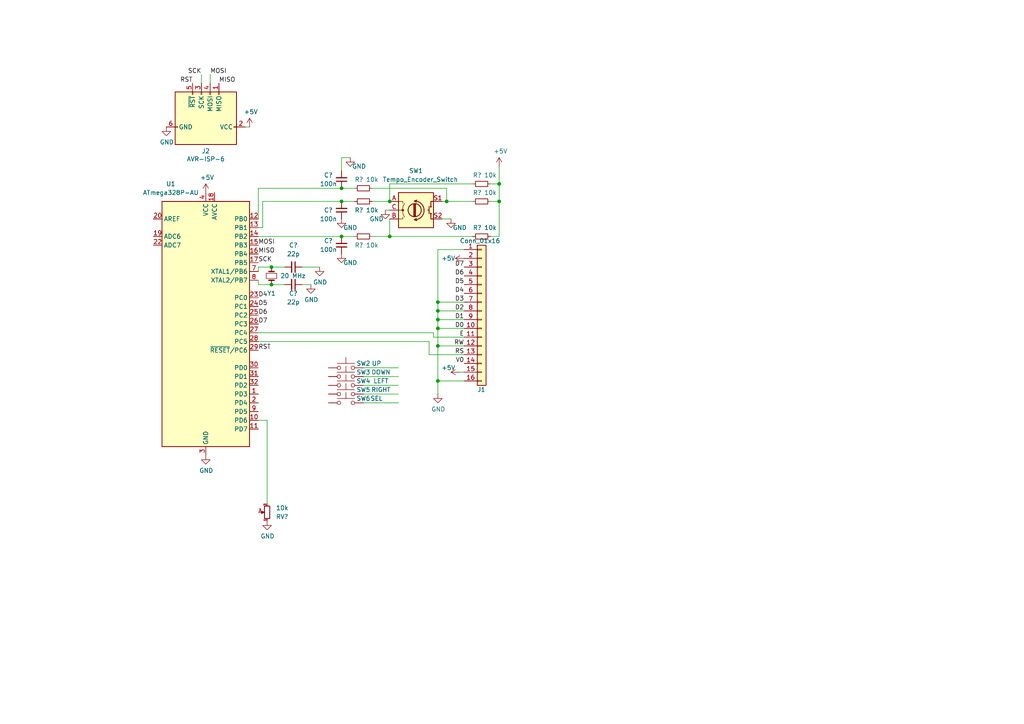
<source format=kicad_sch>
(kicad_sch (version 20211123) (generator eeschema)
  (paper "A4")
  (lib_symbols
    (symbol "avr_metronome_1-rescue:+5V-power" (power) (pin_names (offset 0))
      (property "Value" "+5V-power" (at 0 3.556 0))
      (symbol "+5V-power_0_1"
        (polyline (pts (xy -0.762 1.27) (xy 0 2.54)))
        (polyline (pts (xy 0 0) (xy 0 2.54)))
        (polyline (pts (xy 0 2.54) (xy 0.762 1.27)))
      )
      (symbol "+5V-power_1_1"
        (pin power_in line (at 0 0 90) (length 0) hide (name "+5V") (number "1"))
      )
    )
    (symbol "avr_metronome_1-rescue:ATmega328P-AU-MCU_Microchip_ATmega"
      (property "Reference" "U" (at -12.7 36.83 0))
      (property "Value" "ATmega328P-AU-MCU_Microchip_ATmega" (at 2.54 -36.83 0))
      (symbol "ATmega328P-AU-MCU_Microchip_ATmega_0_1"
        (rectangle (start -12.7 -35.56) (end 12.7 35.56) (stroke (width 0.254)) (fill (type background)))
      )
      (symbol "ATmega328P-AU-MCU_Microchip_ATmega_1_1"
        (pin bidirectional line (at 15.24 -20.32 180) (length 2.54) (name "PD3") (number "1"))
        (pin bidirectional line (at 15.24 -27.94 180) (length 2.54) (name "PD6") (number "10"))
        (pin bidirectional line (at 15.24 -30.48 180) (length 2.54) (name "PD7") (number "11"))
        (pin bidirectional line (at 15.24 30.48 180) (length 2.54) (name "PB0") (number "12"))
        (pin bidirectional line (at 15.24 27.94 180) (length 2.54) (name "PB1") (number "13"))
        (pin bidirectional line (at 15.24 25.4 180) (length 2.54) (name "PB2") (number "14"))
        (pin bidirectional line (at 15.24 22.86 180) (length 2.54) (name "PB3") (number "15"))
        (pin bidirectional line (at 15.24 20.32 180) (length 2.54) (name "PB4") (number "16"))
        (pin bidirectional line (at 15.24 17.78 180) (length 2.54) (name "PB5") (number "17"))
        (pin power_in line (at 2.54 38.1 270) (length 2.54) (name "AVCC") (number "18"))
        (pin input line (at -15.24 25.4 0) (length 2.54) (name "ADC6") (number "19"))
        (pin bidirectional line (at 15.24 -22.86 180) (length 2.54) (name "PD4") (number "2"))
        (pin passive line (at -15.24 30.48 0) (length 2.54) (name "AREF") (number "20"))
        (pin passive line (at 0 -38.1 90) (length 2.54) hide (name "GND") (number "21"))
        (pin input line (at -15.24 22.86 0) (length 2.54) (name "ADC7") (number "22"))
        (pin bidirectional line (at 15.24 7.62 180) (length 2.54) (name "PC0") (number "23"))
        (pin bidirectional line (at 15.24 5.08 180) (length 2.54) (name "PC1") (number "24"))
        (pin bidirectional line (at 15.24 2.54 180) (length 2.54) (name "PC2") (number "25"))
        (pin bidirectional line (at 15.24 0 180) (length 2.54) (name "PC3") (number "26"))
        (pin bidirectional line (at 15.24 -2.54 180) (length 2.54) (name "PC4") (number "27"))
        (pin bidirectional line (at 15.24 -5.08 180) (length 2.54) (name "PC5") (number "28"))
        (pin bidirectional line (at 15.24 -7.62 180) (length 2.54) (name "~{RESET}/PC6") (number "29"))
        (pin power_in line (at 0 -38.1 90) (length 2.54) (name "GND") (number "3"))
        (pin bidirectional line (at 15.24 -12.7 180) (length 2.54) (name "PD0") (number "30"))
        (pin bidirectional line (at 15.24 -15.24 180) (length 2.54) (name "PD1") (number "31"))
        (pin bidirectional line (at 15.24 -17.78 180) (length 2.54) (name "PD2") (number "32"))
        (pin power_in line (at 0 38.1 270) (length 2.54) (name "VCC") (number "4"))
        (pin passive line (at 0 -38.1 90) (length 2.54) hide (name "GND") (number "5"))
        (pin passive line (at 0 38.1 270) (length 2.54) hide (name "VCC") (number "6"))
        (pin bidirectional line (at 15.24 15.24 180) (length 2.54) (name "XTAL1/PB6") (number "7"))
        (pin bidirectional line (at 15.24 12.7 180) (length 2.54) (name "XTAL2/PB7") (number "8"))
        (pin bidirectional line (at 15.24 -25.4 180) (length 2.54) (name "PD5") (number "9"))
      )
    )
    (symbol "avr_metronome_1-rescue:AVR-ISP-6-Connector" (pin_names (offset 1.016))
      (property "Reference" "J" (at -6.35 11.43 0))
      (property "Value" "AVR-ISP-6-Connector" (at 0 11.43 0))
      (symbol "AVR-ISP-6-Connector_0_1"
        (rectangle (start -2.667 -6.858) (end -2.413 -7.62))
        (rectangle (start -2.667 10.16) (end -2.413 9.398))
        (rectangle (start 7.62 -2.413) (end 6.858 -2.667))
        (rectangle (start 7.62 0.127) (end 6.858 -0.127))
        (rectangle (start 7.62 2.667) (end 6.858 2.413))
        (rectangle (start 7.62 5.207) (end 6.858 4.953))
        (rectangle (start 7.62 10.16) (end -7.62 -7.62) (stroke (width 0.254)) (fill (type background)))
      )
      (symbol "AVR-ISP-6-Connector_1_1"
        (pin passive line (at 10.16 5.08 180) (length 2.54) (name "MISO") (number "1"))
        (pin passive line (at -2.54 12.7 270) (length 2.54) (name "VCC") (number "2"))
        (pin passive line (at 10.16 0 180) (length 2.54) (name "SCK") (number "3"))
        (pin passive line (at 10.16 2.54 180) (length 2.54) (name "MOSI") (number "4"))
        (pin passive line (at 10.16 -2.54 180) (length 2.54) (name "~{RST}") (number "5"))
        (pin passive line (at -2.54 -10.16 90) (length 2.54) (name "GND") (number "6"))
      )
    )
    (symbol "avr_metronome_1-rescue:C_Small-Device" (pin_numbers hide) (pin_names (offset 0.254) hide)
      (property "Reference" "C" (at 0.254 1.778 0))
      (property "Value" "C_Small-Device" (at 0.254 -2.032 0))
      (symbol "C_Small-Device_0_1"
        (polyline (pts (xy -1.524 -0.508) (xy 1.524 -0.508)) (stroke (width 0.3302)))
        (polyline (pts (xy -1.524 0.508) (xy 1.524 0.508)) (stroke (width 0.3048)))
      )
      (symbol "C_Small-Device_1_1"
        (pin passive line (at 0 2.54 270) (length 2.032) (name "~") (number "1"))
        (pin passive line (at 0 -2.54 90) (length 2.032) (name "~") (number "2"))
      )
    )
    (symbol "avr_metronome_1-rescue:Conn_01x16-Connector_Generic" (pin_names (offset 1.016) hide)
      (property "Reference" "J" (at 0 20.32 0))
      (property "Value" "Conn_01x16-Connector_Generic" (at 0 -22.86 0))
      (symbol "Conn_01x16-Connector_Generic_1_1"
        (rectangle (start -1.27 -20.193) (end 0 -20.447) (stroke (width 0.1524)))
        (rectangle (start -1.27 -17.653) (end 0 -17.907) (stroke (width 0.1524)))
        (rectangle (start -1.27 -15.113) (end 0 -15.367) (stroke (width 0.1524)))
        (rectangle (start -1.27 -12.573) (end 0 -12.827) (stroke (width 0.1524)))
        (rectangle (start -1.27 -10.033) (end 0 -10.287) (stroke (width 0.1524)))
        (rectangle (start -1.27 -7.493) (end 0 -7.747) (stroke (width 0.1524)))
        (rectangle (start -1.27 -4.953) (end 0 -5.207) (stroke (width 0.1524)))
        (rectangle (start -1.27 -2.413) (end 0 -2.667) (stroke (width 0.1524)))
        (rectangle (start -1.27 0.127) (end 0 -0.127) (stroke (width 0.1524)))
        (rectangle (start -1.27 2.667) (end 0 2.413) (stroke (width 0.1524)))
        (rectangle (start -1.27 5.207) (end 0 4.953) (stroke (width 0.1524)))
        (rectangle (start -1.27 7.747) (end 0 7.493) (stroke (width 0.1524)))
        (rectangle (start -1.27 10.287) (end 0 10.033) (stroke (width 0.1524)))
        (rectangle (start -1.27 12.827) (end 0 12.573) (stroke (width 0.1524)))
        (rectangle (start -1.27 15.367) (end 0 15.113) (stroke (width 0.1524)))
        (rectangle (start -1.27 17.907) (end 0 17.653) (stroke (width 0.1524)))
        (rectangle (start -1.27 19.05) (end 1.27 -21.59) (stroke (width 0.254)) (fill (type background)))
        (pin passive line (at -5.08 17.78 0) (length 3.81) (name "Pin_1") (number "1"))
        (pin passive line (at -5.08 -5.08 0) (length 3.81) (name "Pin_10") (number "10"))
        (pin passive line (at -5.08 -7.62 0) (length 3.81) (name "Pin_11") (number "11"))
        (pin passive line (at -5.08 -10.16 0) (length 3.81) (name "Pin_12") (number "12"))
        (pin passive line (at -5.08 -12.7 0) (length 3.81) (name "Pin_13") (number "13"))
        (pin passive line (at -5.08 -15.24 0) (length 3.81) (name "Pin_14") (number "14"))
        (pin passive line (at -5.08 -17.78 0) (length 3.81) (name "Pin_15") (number "15"))
        (pin passive line (at -5.08 -20.32 0) (length 3.81) (name "Pin_16") (number "16"))
        (pin passive line (at -5.08 15.24 0) (length 3.81) (name "Pin_2") (number "2"))
        (pin passive line (at -5.08 12.7 0) (length 3.81) (name "Pin_3") (number "3"))
        (pin passive line (at -5.08 10.16 0) (length 3.81) (name "Pin_4") (number "4"))
        (pin passive line (at -5.08 7.62 0) (length 3.81) (name "Pin_5") (number "5"))
        (pin passive line (at -5.08 5.08 0) (length 3.81) (name "Pin_6") (number "6"))
        (pin passive line (at -5.08 2.54 0) (length 3.81) (name "Pin_7") (number "7"))
        (pin passive line (at -5.08 0 0) (length 3.81) (name "Pin_8") (number "8"))
        (pin passive line (at -5.08 -2.54 0) (length 3.81) (name "Pin_9") (number "9"))
      )
    )
    (symbol "avr_metronome_1-rescue:Crystal_Small-Device" (pin_numbers hide) (pin_names (offset 1.016) hide)
      (property "Reference" "Y" (at 0 2.54 0))
      (property "Value" "Crystal_Small-Device" (at 0 -2.54 0))
      (symbol "Crystal_Small-Device_0_1"
        (rectangle (start -0.762 -1.524) (end 0.762 1.524))
        (polyline (pts (xy -1.27 -0.762) (xy -1.27 0.762)) (stroke (width 0.381)))
        (polyline (pts (xy 1.27 -0.762) (xy 1.27 0.762)) (stroke (width 0.381)))
      )
      (symbol "Crystal_Small-Device_1_1"
        (pin passive line (at -2.54 0 0) (length 1.27) (name "1") (number "1"))
        (pin passive line (at 2.54 0 180) (length 1.27) (name "2") (number "2"))
      )
    )
    (symbol "avr_metronome_1-rescue:GND-power" (power) (pin_names (offset 0))
      (property "Value" "GND-power" (at 0 -3.81 0))
      (symbol "GND-power_0_1"
        (polyline (pts (xy 0 0) (xy 0 -1.27) (xy 1.27 -1.27) (xy 0 -2.54) (xy -1.27 -1.27) (xy 0 -1.27)))
      )
      (symbol "GND-power_1_1"
        (pin power_in line (at 0 0 270) (length 0) hide (name "GND") (number "1"))
      )
    )
    (symbol "avr_metronome_1-rescue:R_POT_Small-Device" (pin_names (offset 1.016) hide)
      (property "Reference" "RV" (at -4.445 0 90))
      (property "Value" "R_POT_Small-Device" (at -2.54 0 90))
      (symbol "R_POT_Small-Device_0_1"
        (polyline (pts (xy 0.889 0) (xy 0.635 0) (xy 1.651 0.381) (xy 1.651 -0.381) (xy 0.635 0) (xy 0.889 0)) (fill (type outline)))
        (rectangle (start 0.762 1.8034) (end -0.762 -1.8034) (stroke (width 0.254)))
      )
      (symbol "R_POT_Small-Device_1_1"
        (pin passive line (at 0 2.54 270) (length 0.635) (name "1") (number "1"))
        (pin passive line (at 2.54 0 180) (length 0.9906) (name "2") (number "2"))
        (pin passive line (at 0 -2.54 90) (length 0.635) (name "3") (number "3"))
      )
    )
    (symbol "avr_metronome_1-rescue:R_Small-Device" (pin_numbers hide) (pin_names (offset 0.254) hide)
      (property "Reference" "R" (at 0.762 0.508 0))
      (property "Value" "R_Small-Device" (at 0.762 -1.016 0))
      (symbol "R_Small-Device_0_1"
        (rectangle (start -0.762 1.778) (end 0.762 -1.778) (stroke (width 0.2032)))
      )
      (symbol "R_Small-Device_1_1"
        (pin passive line (at 0 2.54 270) (length 0.762) (name "~") (number "1"))
        (pin passive line (at 0 -2.54 90) (length 0.762) (name "~") (number "2"))
      )
    )
    (symbol "avr_metronome_1-rescue:Rotary_Encoder_Switch-Device" (pin_names (offset 0.254) hide)
      (property "Reference" "SW" (at 0 6.604 0))
      (property "Value" "Rotary_Encoder_Switch-Device" (at 0 -6.604 0))
      (symbol "Rotary_Encoder_Switch-Device_0_1"
        (rectangle (start -5.08 5.08) (end 5.08 -5.08) (stroke (width 0.254)) (fill (type background)))
        (circle (center -3.81 0) (radius 0.254) (fill (type outline)))
        (arc (start -0.381 -2.794) (mid 2.3622 -0.0508) (end -0.381 2.667) (stroke (width 0.254)))
        (circle (center -0.381 0) (radius 1.905) (stroke (width 0.254)))
        (polyline (pts (xy -0.635 -1.778) (xy -0.635 1.778)) (stroke (width 0.254)))
        (polyline (pts (xy -0.381 -1.778) (xy -0.381 1.778)) (stroke (width 0.254)))
        (polyline (pts (xy -0.127 1.778) (xy -0.127 -1.778)) (stroke (width 0.254)))
        (polyline (pts (xy 3.81 0) (xy 3.429 0)) (stroke (width 0.254)))
        (polyline (pts (xy 3.81 1.016) (xy 3.81 -1.016)) (stroke (width 0.254)))
        (polyline (pts (xy -5.08 -2.54) (xy -3.81 -2.54) (xy -3.81 -2.032)))
        (polyline (pts (xy -5.08 2.54) (xy -3.81 2.54) (xy -3.81 2.032)))
        (polyline (pts (xy 0.254 -3.048) (xy -0.508 -2.794) (xy 0.127 -2.413)) (stroke (width 0.254)))
        (polyline (pts (xy 0.254 2.921) (xy -0.508 2.667) (xy 0.127 2.286)) (stroke (width 0.254)))
        (polyline (pts (xy 5.08 -2.54) (xy 4.318 -2.54) (xy 4.318 -1.016)) (stroke (width 0.254)))
        (polyline (pts (xy 5.08 2.54) (xy 4.318 2.54) (xy 4.318 1.016)) (stroke (width 0.254)))
        (polyline (pts (xy -5.08 0) (xy -3.81 0) (xy -3.81 -1.016) (xy -3.302 -2.032)))
        (polyline (pts (xy -4.318 0) (xy -3.81 0) (xy -3.81 1.016) (xy -3.302 2.032)))
        (circle (center 4.318 -1.016) (radius 0.127) (stroke (width 0.254)))
        (circle (center 4.318 1.016) (radius 0.127) (stroke (width 0.254)))
      )
      (symbol "Rotary_Encoder_Switch-Device_1_1"
        (pin passive line (at -7.62 2.54 0) (length 2.54) (name "A") (number "A"))
        (pin passive line (at -7.62 -2.54 0) (length 2.54) (name "B") (number "B"))
        (pin passive line (at -7.62 0 0) (length 2.54) (name "C") (number "C"))
        (pin passive line (at 7.62 2.54 180) (length 2.54) (name "S1") (number "S1"))
        (pin passive line (at 7.62 -2.54 180) (length 2.54) (name "S2") (number "S2"))
      )
    )
    (symbol "avr_metronome_1-rescue:SW_MEC_5G-Switch" (pin_numbers hide) (pin_names (offset 1.016) hide)
      (property "Reference" "SW" (at 1.27 2.54 0))
      (property "Value" "SW_MEC_5G-Switch" (at 0 -1.524 0))
      (symbol "SW_MEC_5G-Switch_0_1"
        (circle (center -2.032 0) (radius 0.508))
        (polyline (pts (xy 0 1.27) (xy 0 3.048)))
        (polyline (pts (xy 2.54 1.27) (xy -2.54 1.27)))
        (circle (center 2.032 0) (radius 0.508))
        (pin passive line (at -5.08 0 0) (length 2.54) (name "A") (number "1"))
        (pin passive line (at 5.08 0 180) (length 2.54) (name "B") (number "3"))
      )
      (symbol "SW_MEC_5G-Switch_1_1"
        (pin passive line (at -5.08 0 0) (length 2.54) hide (name "A") (number "2"))
        (pin passive line (at 5.08 0 180) (length 2.54) hide (name "B") (number "4"))
      )
    )
  )
  (junction (at 127 95.25))
  (junction (at 144.78 53.34))
  (junction (at 127 87.63))
  (junction (at 99.06 68.58))
  (junction (at 78.74 82.55))
  (junction (at 127 92.71))
  (junction (at 113.03 58.42))
  (junction (at 99.06 54.61))
  (junction (at 129.54 58.42))
  (junction (at 127 100.33))
  (junction (at 144.78 58.42))
  (junction (at 99.06 58.42))
  (junction (at 78.74 77.47))
  (junction (at 127 90.17))
  (junction (at 113.03 68.58))
  (junction (at 127 110.49))
  (wire (pts (xy 127 110.49) (xy 127 114.3)))
  (wire (pts (xy 76.2 66.04) (xy 74.93 66.04)))
  (wire (pts (xy 71.12 36.83) (xy 72.39 36.83)))
  (wire (pts (xy 105.41 106.68) (xy 115.57 106.68)))
  (wire (pts (xy 134.62 102.87) (xy 124.46 102.87)))
  (wire (pts (xy 127 87.63) (xy 127 90.17)))
  (wire (pts (xy 124.46 99.06) (xy 124.46 102.87)))
  (wire (pts (xy 142.24 53.34) (xy 144.78 53.34)))
  (wire (pts (xy 125.73 96.52) (xy 74.93 96.52)))
  (wire (pts (xy 127 72.39) (xy 127 87.63)))
  (wire (pts (xy 74.93 99.06) (xy 124.46 99.06)))
  (wire (pts (xy 77.47 121.92) (xy 77.47 146.05)))
  (wire (pts (xy 129.54 58.42) (xy 129.54 54.61)))
  (wire (pts (xy 137.16 68.58) (xy 113.03 68.58)))
  (wire (pts (xy 102.87 54.61) (xy 99.06 54.61)))
  (wire (pts (xy 113.03 53.34) (xy 113.03 58.42)))
  (wire (pts (xy 144.78 48.26) (xy 144.78 53.34)))
  (wire (pts (xy 58.42 21.59) (xy 58.42 24.13)))
  (wire (pts (xy 74.93 54.61) (xy 99.06 54.61)))
  (wire (pts (xy 99.06 49.53) (xy 99.06 45.72)))
  (wire (pts (xy 74.93 82.55) (xy 74.93 81.28)))
  (wire (pts (xy 60.96 21.59) (xy 60.96 24.13)))
  (wire (pts (xy 105.41 116.84) (xy 115.57 116.84)))
  (wire (pts (xy 76.2 58.42) (xy 99.06 58.42)))
  (wire (pts (xy 78.74 77.47) (xy 82.55 77.47)))
  (wire (pts (xy 134.62 95.25) (xy 127 95.25)))
  (wire (pts (xy 134.62 72.39) (xy 127 72.39)))
  (wire (pts (xy 78.74 82.55) (xy 74.93 82.55)))
  (wire (pts (xy 127 100.33) (xy 127 110.49)))
  (wire (pts (xy 99.06 68.58) (xy 102.87 68.58)))
  (wire (pts (xy 134.62 90.17) (xy 127 90.17)))
  (wire (pts (xy 107.95 58.42) (xy 113.03 58.42)))
  (wire (pts (xy 74.93 54.61) (xy 74.93 63.5)))
  (wire (pts (xy 99.06 58.42) (xy 102.87 58.42)))
  (wire (pts (xy 137.16 58.42) (xy 129.54 58.42)))
  (wire (pts (xy 78.74 77.47) (xy 74.93 77.47)))
  (wire (pts (xy 99.06 45.72) (xy 101.6 45.72)))
  (wire (pts (xy 107.95 68.58) (xy 113.03 68.58)))
  (wire (pts (xy 144.78 58.42) (xy 144.78 68.58)))
  (wire (pts (xy 113.03 60.96) (xy 111.76 60.96)))
  (wire (pts (xy 74.93 77.47) (xy 74.93 78.74)))
  (wire (pts (xy 87.63 82.55) (xy 90.17 82.55)))
  (wire (pts (xy 134.62 107.95) (xy 133.35 107.95)))
  (wire (pts (xy 113.03 68.58) (xy 113.03 63.5)))
  (wire (pts (xy 107.95 54.61) (xy 129.54 54.61)))
  (wire (pts (xy 134.62 92.71) (xy 127 92.71)))
  (wire (pts (xy 125.73 97.79) (xy 125.73 96.52)))
  (wire (pts (xy 105.41 109.22) (xy 115.57 109.22)))
  (wire (pts (xy 105.41 114.3) (xy 115.57 114.3)))
  (wire (pts (xy 127 90.17) (xy 127 92.71)))
  (wire (pts (xy 78.74 82.55) (xy 82.55 82.55)))
  (wire (pts (xy 127 95.25) (xy 127 100.33)))
  (wire (pts (xy 134.62 97.79) (xy 125.73 97.79)))
  (wire (pts (xy 144.78 68.58) (xy 142.24 68.58)))
  (wire (pts (xy 129.54 58.42) (xy 128.27 58.42)))
  (wire (pts (xy 142.24 58.42) (xy 144.78 58.42)))
  (wire (pts (xy 134.62 100.33) (xy 127 100.33)))
  (wire (pts (xy 127 92.71) (xy 127 95.25)))
  (wire (pts (xy 87.63 77.47) (xy 92.71 77.47)))
  (wire (pts (xy 134.62 87.63) (xy 127 87.63)))
  (wire (pts (xy 144.78 53.34) (xy 144.78 58.42)))
  (wire (pts (xy 127 110.49) (xy 134.62 110.49)))
  (wire (pts (xy 130.81 63.5) (xy 128.27 63.5)))
  (wire (pts (xy 137.16 53.34) (xy 113.03 53.34)))
  (wire (pts (xy 105.41 111.76) (xy 115.57 111.76)))
  (wire (pts (xy 76.2 58.42) (xy 76.2 66.04)))
  (wire (pts (xy 74.93 68.58) (xy 99.06 68.58)))
  (wire (pts (xy 74.93 121.92) (xy 77.47 121.92)))
  (label "RS" (at 134.62 102.87 180))
  (label "D1" (at 134.62 92.71 180))
  (label "D4" (at 74.93 86.36 0))
  (label "SCK" (at 74.93 76.2 0))
  (label "MOSI" (at 74.93 71.12 0))
  (label "D3" (at 134.62 87.63 180))
  (label "RW" (at 134.62 100.33 180))
  (label "D6" (at 74.93 91.44 0))
  (label "MISO" (at 63.5 24.13 0))
  (label "D7" (at 74.93 93.98 0))
  (label "D0" (at 134.62 95.25 180))
  (label "D4" (at 134.62 85.09 180))
  (label "D5" (at 134.62 82.55 180))
  (label "V0" (at 134.62 105.41 180))
  (label "RST" (at 74.93 101.6 0))
  (label "RST" (at 55.88 24.13 180))
  (label "MOSI" (at 60.96 21.59 0))
  (label "D7" (at 134.62 77.47 180))
  (label "MISO" (at 74.93 73.66 0))
  (label "D6" (at 134.62 80.01 180))
  (label "D2" (at 134.62 90.17 180))
  (label "E" (at 134.62 97.79 180))
  (label "SCK" (at 58.42 21.59 180))
  (label "D5" (at 74.93 88.9 0))
  (symbol (lib_id "avr_metronome_1-rescue:ATmega328P-AU-MCU_Microchip_ATmega") (at 59.69 93.98 0) (unit 1)
    (property "Reference" "U1" (at 49.53 53.34 0))
    (property "Value" "ATmega328P-AU" (at 49.53 55.88 0))
    (property "Footprint" "Package_QFP:TQFP-32_7x7mm_P0.8mm" (effects hide))
    (property "Datasheet" "http://ww1.microchip.com/downloads/en/DeviceDoc/ATmega328_P%20AVR%20MCU%20with%20picoPower%20Technology%20Data%20Sheet%2040001984A.pdf" (effects hide))
  )
  (symbol (lib_id "avr_metronome_1-rescue:Crystal_Small-Device") (at 78.74 80.01 270) (mirror x) (unit 1)
    (property "Reference" "Y1" (at 77.47 85.09 90) (effects (justify left)))
    (property "Value" "20 MHz" (at 81.28 80.01 90) (effects (justify left)))
  )
  (symbol (lib_id "avr_metronome_1-rescue:C_Small-Device") (at 85.09 77.47 270) (unit 1)
    (property "Reference" "C?" (at 85.09 71.12 90))
    (property "Value" "22p" (at 85.09 73.66 90))
  )
  (symbol (lib_id "avr_metronome_1-rescue:C_Small-Device") (at 85.09 82.55 270) (unit 1)
    (property "Reference" "C?" (at 85.09 85.09 90))
    (property "Value" "22p" (at 85.09 87.63 90))
  )
  (symbol (lib_id "avr_metronome_1-rescue:GND-power") (at 92.71 77.47 0) (unit 1)
    (property "Reference" "#PWR?" (effects hide))
    (property "Value" "GND" (at 92.837 81.8642 0))
  )
  (symbol (lib_id "avr_metronome_1-rescue:GND-power") (at 90.17 82.55 0) (unit 1)
    (property "Reference" "#PWR?" (effects hide))
    (property "Value" "GND" (at 90.297 86.9442 0))
  )
  (symbol (lib_id "avr_metronome_1-rescue:GND-power") (at 59.69 132.08 0) (unit 1)
    (property "Reference" "#PWR?" (effects hide))
    (property "Value" "GND" (at 59.817 136.4742 0))
  )
  (symbol (lib_id "avr_metronome_1-rescue:+5V-power") (at 59.69 55.88 0) (unit 1)
    (property "Reference" "#PWR?" (effects hide))
    (property "Value" "+5V" (at 60.071 51.4858 0))
  )
  (symbol (lib_id "avr_metronome_1-rescue:Conn_01x16-Connector_Generic") (at 139.7 90.17 0) (unit 1)
    (property "Reference" "J1" (at 138.43 113.03 0) (effects (justify left)))
    (property "Value" "Conn_01x16" (at 133.35 69.85 0) (effects (justify left)))
  )
  (symbol (lib_id "avr_metronome_1-rescue:GND-power") (at 127 114.3 0) (unit 1)
    (property "Reference" "#PWR?" (effects hide))
    (property "Value" "GND" (at 127.127 118.6942 0))
  )
  (symbol (lib_id "avr_metronome_1-rescue:+5V-power") (at 133.35 107.95 90) (unit 1)
    (property "Reference" "#PWR?" (effects hide))
    (property "Value" "+5V" (at 132.08 106.68 90) (effects (justify left)))
  )
  (symbol (lib_id "avr_metronome_1-rescue:+5V-power") (at 134.62 74.93 90) (unit 1)
    (property "Reference" "#PWR?" (effects hide))
    (property "Value" "+5V" (at 132.08 74.93 90) (effects (justify left)))
  )
  (symbol (lib_id "avr_metronome_1-rescue:Rotary_Encoder_Switch-Device") (at 120.65 60.96 0) (unit 1)
    (property "Reference" "SW1" (at 120.65 49.53 0))
    (property "Value" "Tempo_Encoder_Switch" (at 121.92 52.07 0))
  )
  (symbol (lib_id "avr_metronome_1-rescue:GND-power") (at 111.76 60.96 0) (unit 1)
    (property "Reference" "#PWR?" (effects hide))
    (property "Value" "GND" (at 109.22 63.5 0))
  )
  (symbol (lib_id "avr_metronome_1-rescue:GND-power") (at 130.81 63.5 0) (unit 1)
    (property "Reference" "#PWR?" (effects hide))
    (property "Value" "GND" (at 133.35 66.04 0))
  )
  (symbol (lib_id "avr_metronome_1-rescue:+5V-power") (at 144.78 48.26 0) (unit 1)
    (property "Reference" "#PWR?" (effects hide))
    (property "Value" "+5V" (at 145.161 43.8658 0))
  )
  (symbol (lib_id "avr_metronome_1-rescue:C_Small-Device") (at 99.06 71.12 180) (unit 1)
    (property "Reference" "C?" (at 95.25 69.85 0))
    (property "Value" "100n" (at 95.25 72.39 0))
  )
  (symbol (lib_id "avr_metronome_1-rescue:C_Small-Device") (at 99.06 60.96 180) (unit 1)
    (property "Reference" "C?" (at 95.25 60.96 0))
    (property "Value" "100n" (at 95.25 63.5 0))
  )
  (symbol (lib_id "avr_metronome_1-rescue:C_Small-Device") (at 99.06 52.07 180) (unit 1)
    (property "Reference" "C?" (at 95.25 50.8 0))
    (property "Value" "100n" (at 95.25 53.34 0))
  )
  (symbol (lib_id "avr_metronome_1-rescue:GND-power") (at 99.06 73.66 0) (unit 1)
    (property "Reference" "#PWR?" (effects hide))
    (property "Value" "GND" (at 101.6 76.2 0))
  )
  (symbol (lib_id "avr_metronome_1-rescue:GND-power") (at 99.06 63.5 0) (unit 1)
    (property "Reference" "#PWR?" (effects hide))
    (property "Value" "GND" (at 101.6 66.04 0))
  )
  (symbol (lib_id "avr_metronome_1-rescue:GND-power") (at 101.6 45.72 0) (unit 1)
    (property "Reference" "#PWR?" (effects hide))
    (property "Value" "GND" (at 104.14 48.26 0))
  )
  (symbol (lib_id "avr_metronome_1-rescue:R_Small-Device") (at 105.41 54.61 270) (unit 1)
    (property "Reference" "R?" (at 104.14 52.07 90))
    (property "Value" "10k" (at 107.95 52.07 90))
  )
  (symbol (lib_id "avr_metronome_1-rescue:R_Small-Device") (at 105.41 58.42 270) (unit 1)
    (property "Reference" "R?" (at 104.14 60.96 90))
    (property "Value" "10k" (at 107.95 60.96 90))
  )
  (symbol (lib_id "avr_metronome_1-rescue:R_Small-Device") (at 105.41 68.58 270) (unit 1)
    (property "Reference" "R?" (at 104.14 71.12 90))
    (property "Value" "10k" (at 107.95 71.12 90))
  )
  (symbol (lib_id "avr_metronome_1-rescue:R_Small-Device") (at 139.7 53.34 270) (unit 1)
    (property "Reference" "R?" (at 138.43 50.8 90))
    (property "Value" "10k" (at 142.24 50.8 90))
  )
  (symbol (lib_id "avr_metronome_1-rescue:R_Small-Device") (at 139.7 58.42 270) (unit 1)
    (property "Reference" "R?" (at 138.43 55.88 90))
    (property "Value" "10k" (at 142.24 55.88 90))
  )
  (symbol (lib_id "avr_metronome_1-rescue:R_Small-Device") (at 139.7 68.58 270) (unit 1)
    (property "Reference" "R?" (at 138.43 66.04 90))
    (property "Value" "10k" (at 142.24 66.04 90))
  )
  (symbol (lib_id "avr_metronome_1-rescue:R_POT_Small-Device") (at 77.47 148.59 180) (unit 1)
    (property "Reference" "RV?" (at 80.01 149.86 0) (effects (justify right)))
    (property "Value" "10k" (at 80.01 147.32 0) (effects (justify right)))
  )
  (symbol (lib_id "avr_metronome_1-rescue:GND-power") (at 77.47 151.13 0) (unit 1)
    (property "Reference" "#PWR?" (effects hide))
    (property "Value" "GND" (at 77.597 155.5242 0))
  )
  (symbol (lib_id "avr_metronome_1-rescue:AVR-ISP-6-Connector") (at 58.42 34.29 270) (mirror x) (unit 1)
    (property "Reference" "J2" (at 59.69 43.815 90))
    (property "Value" "AVR-ISP-6" (at 59.69 46.1264 90))
    (property "Datasheet" " ~" (effects hide))
  )
  (symbol (lib_id "avr_metronome_1-rescue:GND-power") (at 48.26 36.83 0) (unit 1)
    (property "Reference" "#PWR?" (effects hide))
    (property "Value" "GND" (at 48.387 41.2242 0))
  )
  (symbol (lib_id "avr_metronome_1-rescue:+5V-power") (at 72.39 36.83 0) (unit 1)
    (property "Reference" "#PWR?" (effects hide))
    (property "Value" "+5V" (at 72.771 32.4358 0))
  )
  (symbol (lib_id "avr_metronome_1-rescue:SW_MEC_5G-Switch") (at 100.33 106.68 0) (unit 1)
    (property "Reference" "SW2" (at 105.41 105.41 0))
    (property "Value" "UP" (at 109.22 105.41 0))
    (property "Datasheet" "http://www.apem.com/int/index.php?controller=attachment&id_attachment=488" (effects hide))
  )
  (symbol (lib_id "avr_metronome_1-rescue:SW_MEC_5G-Switch") (at 100.33 109.22 0) (unit 1)
    (property "Reference" "SW3" (at 105.41 107.95 0))
    (property "Value" "DOWN" (at 110.49 107.95 0))
    (property "Datasheet" "http://www.apem.com/int/index.php?controller=attachment&id_attachment=488" (effects hide))
  )
  (symbol (lib_id "avr_metronome_1-rescue:SW_MEC_5G-Switch") (at 100.33 111.76 0) (unit 1)
    (property "Reference" "SW4" (at 105.41 110.49 0))
    (property "Value" "LEFT" (at 110.49 110.49 0))
    (property "Datasheet" "http://www.apem.com/int/index.php?controller=attachment&id_attachment=488" (effects hide))
  )
  (symbol (lib_id "avr_metronome_1-rescue:SW_MEC_5G-Switch") (at 100.33 114.3 0) (unit 1)
    (property "Reference" "SW5" (at 105.41 113.03 0))
    (property "Value" "RIGHT" (at 110.49 113.03 0))
    (property "Datasheet" "http://www.apem.com/int/index.php?controller=attachment&id_attachment=488" (effects hide))
  )
  (symbol (lib_id "avr_metronome_1-rescue:SW_MEC_5G-Switch") (at 100.33 116.84 0) (unit 1)
    (property "Reference" "SW6" (at 105.41 115.57 0))
    (property "Value" "SEL" (at 109.22 115.57 0))
    (property "Datasheet" "http://www.apem.com/int/index.php?controller=attachment&id_attachment=488" (effects hide))
  )
)
</source>
